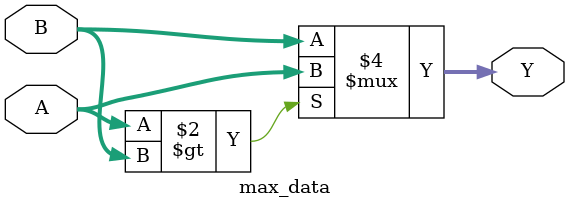
<source format=v>
`timescale 1ns / 1ps


module max_data(
    input [15:0] A,
    input [15:0] B,
    output reg [15:0] Y
    );


    always @(*) begin
        if(A>B)
            Y = A;
        else
            Y = B;

    end
    
endmodule

</source>
